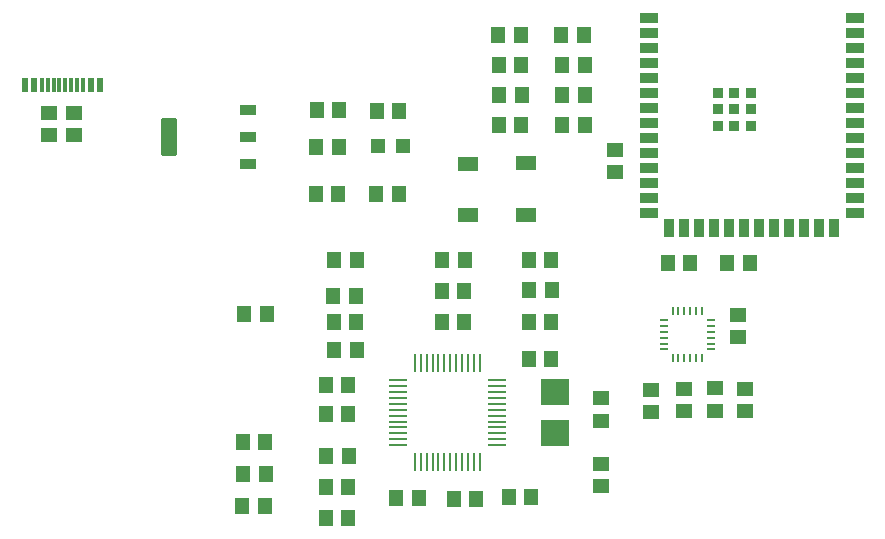
<source format=gtp>
G04*
G04 #@! TF.GenerationSoftware,Altium Limited,Altium Designer,24.9.1 (31)*
G04*
G04 Layer_Color=8421504*
%FSTAX44Y44*%
%MOMM*%
G71*
G04*
G04 #@! TF.SameCoordinates,77538C0C-0C9F-436E-B66A-60309351D6FF*
G04*
G04*
G04 #@! TF.FilePolarity,Positive*
G04*
G01*
G75*
%ADD15R,1.2000X1.4000*%
%ADD16R,1.5600X0.2800*%
%ADD17R,0.2800X1.5600*%
%ADD18R,0.9000X0.9000*%
%ADD19R,1.5000X0.9000*%
%ADD20R,0.9000X1.5000*%
%ADD21R,1.7000X1.1500*%
%ADD22R,1.4000X1.2000*%
G04:AMPARAMS|DCode=23|XSize=3.24mm|YSize=1.31mm|CornerRadius=0.0983mm|HoleSize=0mm|Usage=FLASHONLY|Rotation=90.000|XOffset=0mm|YOffset=0mm|HoleType=Round|Shape=RoundedRectangle|*
%AMROUNDEDRECTD23*
21,1,3.2400,1.1135,0,0,90.0*
21,1,3.0435,1.3100,0,0,90.0*
1,1,0.1965,0.5568,1.5218*
1,1,0.1965,0.5568,-1.5218*
1,1,0.1965,-0.5568,-1.5218*
1,1,0.1965,-0.5568,1.5218*
%
%ADD23ROUNDEDRECTD23*%
G04:AMPARAMS|DCode=24|XSize=0.93mm|YSize=1.31mm|CornerRadius=0.0698mm|HoleSize=0mm|Usage=FLASHONLY|Rotation=90.000|XOffset=0mm|YOffset=0mm|HoleType=Round|Shape=RoundedRectangle|*
%AMROUNDEDRECTD24*
21,1,0.9300,1.1705,0,0,90.0*
21,1,0.7905,1.3100,0,0,90.0*
1,1,0.1395,0.5853,0.3953*
1,1,0.1395,0.5853,-0.3953*
1,1,0.1395,-0.5853,-0.3953*
1,1,0.1395,-0.5853,0.3953*
%
%ADD24ROUNDEDRECTD24*%
%ADD25R,2.4000X2.2000*%
%ADD26R,0.7900X0.2800*%
%ADD27R,0.2800X0.7900*%
%ADD28R,0.6000X1.1500*%
%ADD29R,0.3000X1.1500*%
%ADD30R,1.2000X1.2000*%
D15*
X00304946Y00165762D02*
D03*
X00285946D02*
D03*
X00234334Y0011706D02*
D03*
X00215334D02*
D03*
X00286112Y00105256D02*
D03*
X00305112D02*
D03*
X00285604Y00079348D02*
D03*
X00304604D02*
D03*
X00459632Y00070578D02*
D03*
X00440632D02*
D03*
X00384156Y00219048D02*
D03*
X00403156D02*
D03*
X00292716D02*
D03*
X00311716D02*
D03*
X00457816D02*
D03*
X00476816D02*
D03*
X00644544Y00268632D02*
D03*
X00625544D02*
D03*
X0057536Y0026924D02*
D03*
X0059436D02*
D03*
X00457816Y00187994D02*
D03*
X00476816D02*
D03*
X0041315Y00069562D02*
D03*
X0039415D02*
D03*
X00345236Y00070104D02*
D03*
X00364236D02*
D03*
X00285858Y00053186D02*
D03*
X00304858D02*
D03*
X00214992Y00062838D02*
D03*
X00233992D02*
D03*
X00311804Y00195546D02*
D03*
X00292804D02*
D03*
X003048Y0014097D02*
D03*
X002858D02*
D03*
X00235604Y00225452D02*
D03*
X00216604D02*
D03*
X00215754Y00090204D02*
D03*
X00234754D02*
D03*
X00292208Y00241146D02*
D03*
X00311208D02*
D03*
X00476904Y00246346D02*
D03*
X00457904D02*
D03*
X00457816Y00271814D02*
D03*
X00476816D02*
D03*
X00383902Y00245398D02*
D03*
X00402902D02*
D03*
X00403244Y00271746D02*
D03*
X00384244D02*
D03*
X00311804D02*
D03*
X00292804D02*
D03*
X00328784Y0039761D02*
D03*
X00347784D02*
D03*
X0027818Y00398272D02*
D03*
X0029718D02*
D03*
X00347364Y00327626D02*
D03*
X00328364D02*
D03*
X00277476Y00327186D02*
D03*
X00296476D02*
D03*
X00296564Y00367184D02*
D03*
X00277564D02*
D03*
X00504844Y00385472D02*
D03*
X00485844D02*
D03*
X00504844Y00411446D02*
D03*
X00485844D02*
D03*
X00504844Y00436846D02*
D03*
X00485844D02*
D03*
X0048514Y0046228D02*
D03*
X0050414D02*
D03*
X00451504Y00410872D02*
D03*
X00432504D02*
D03*
X00432416Y00386114D02*
D03*
X00451416D02*
D03*
X00432416Y00436914D02*
D03*
X00451416D02*
D03*
X004318Y0046228D02*
D03*
X004508D02*
D03*
D16*
X0034682Y0016974D02*
D03*
Y0016474D02*
D03*
Y0015974D02*
D03*
Y0015474D02*
D03*
Y0014974D02*
D03*
Y0014474D02*
D03*
Y0013974D02*
D03*
Y0013474D02*
D03*
Y0012974D02*
D03*
Y0012474D02*
D03*
Y0011974D02*
D03*
Y0011474D02*
D03*
X0043042D02*
D03*
Y0011974D02*
D03*
Y0012474D02*
D03*
Y0012974D02*
D03*
Y0013474D02*
D03*
Y0013974D02*
D03*
Y0014474D02*
D03*
Y0014974D02*
D03*
Y0015474D02*
D03*
Y0015974D02*
D03*
Y0016474D02*
D03*
Y0016974D02*
D03*
D17*
X0036112Y0010044D02*
D03*
X0036612D02*
D03*
X0037112D02*
D03*
X0037612D02*
D03*
X0038112D02*
D03*
X0038612D02*
D03*
X0039112D02*
D03*
X0039612D02*
D03*
X0040112D02*
D03*
X0040612D02*
D03*
X0041112D02*
D03*
X0041612D02*
D03*
Y0018404D02*
D03*
X0041112D02*
D03*
X0040612D02*
D03*
X0040112D02*
D03*
X0039612D02*
D03*
X0039112D02*
D03*
X0038612D02*
D03*
X0038112D02*
D03*
X0037612D02*
D03*
X0037112D02*
D03*
X0036612D02*
D03*
X0036112D02*
D03*
D18*
X0063156Y0039905D02*
D03*
X0061756D02*
D03*
X0064556D02*
D03*
X0061756Y0038505D02*
D03*
X0063156D02*
D03*
X0064556D02*
D03*
X0061756Y0041305D02*
D03*
X0063156D02*
D03*
X0064556D02*
D03*
D19*
X0055906Y0047625D02*
D03*
Y0046355D02*
D03*
Y0045085D02*
D03*
Y0043815D02*
D03*
Y0042545D02*
D03*
Y0041275D02*
D03*
Y0040005D02*
D03*
Y0038735D02*
D03*
Y0037465D02*
D03*
Y0036195D02*
D03*
Y0034925D02*
D03*
Y0033655D02*
D03*
Y0032385D02*
D03*
Y0031115D02*
D03*
X0073406D02*
D03*
Y0032385D02*
D03*
Y0033655D02*
D03*
Y0034925D02*
D03*
Y0036195D02*
D03*
Y0037465D02*
D03*
Y0038735D02*
D03*
Y0040005D02*
D03*
Y0041275D02*
D03*
Y0042545D02*
D03*
Y0043815D02*
D03*
Y0045085D02*
D03*
Y0046355D02*
D03*
Y0047625D02*
D03*
D20*
X0057671Y0029865D02*
D03*
X0058941D02*
D03*
X0060211D02*
D03*
X0061481D02*
D03*
X0062751D02*
D03*
X0064021D02*
D03*
X0065291D02*
D03*
X0066561D02*
D03*
X0067831D02*
D03*
X0069101D02*
D03*
X0070371D02*
D03*
X0071641D02*
D03*
D21*
X00455422Y00309974D02*
D03*
Y00353474D02*
D03*
X00406146Y00352966D02*
D03*
Y00309466D02*
D03*
D22*
X00615188Y00163068D02*
D03*
Y00144068D02*
D03*
X00641062Y00143618D02*
D03*
Y00162618D02*
D03*
X0058938Y00162452D02*
D03*
Y00143452D02*
D03*
X00561306Y00142856D02*
D03*
Y00161856D02*
D03*
X00518768Y00154324D02*
D03*
Y00135324D02*
D03*
X00518888Y00079864D02*
D03*
Y00098864D02*
D03*
X00072744Y00396132D02*
D03*
Y00377132D02*
D03*
X00051662Y00396132D02*
D03*
Y00377132D02*
D03*
X00530826Y00346056D02*
D03*
Y00365056D02*
D03*
X00634966Y00206356D02*
D03*
Y00225356D02*
D03*
D23*
X00152732Y00375666D02*
D03*
D24*
X00219632Y00398566D02*
D03*
Y00375666D02*
D03*
Y00352766D02*
D03*
D25*
X0048006Y0015974D02*
D03*
Y0012474D02*
D03*
D26*
X0057212Y0022078D02*
D03*
Y0021578D02*
D03*
Y0021078D02*
D03*
Y0020578D02*
D03*
Y0020078D02*
D03*
Y0019578D02*
D03*
X0061152D02*
D03*
Y0020078D02*
D03*
Y0020578D02*
D03*
Y0021078D02*
D03*
Y0021578D02*
D03*
Y0022078D02*
D03*
D27*
X0057932Y0018858D02*
D03*
X0058432D02*
D03*
X0058932D02*
D03*
X0059432D02*
D03*
X0059932D02*
D03*
X0060432D02*
D03*
Y0022798D02*
D03*
X0059932D02*
D03*
X0059432D02*
D03*
X0058932D02*
D03*
X0058432D02*
D03*
X0057932D02*
D03*
D28*
X00030738Y00419602D02*
D03*
X00038738D02*
D03*
X00086738D02*
D03*
X00094738D02*
D03*
D29*
X00045238D02*
D03*
X00050238D02*
D03*
X00055238D02*
D03*
X00060238D02*
D03*
X00080238D02*
D03*
X00075238D02*
D03*
X00070238D02*
D03*
X00065238D02*
D03*
D30*
X003512Y003683D02*
D03*
X003302D02*
D03*
M02*

</source>
